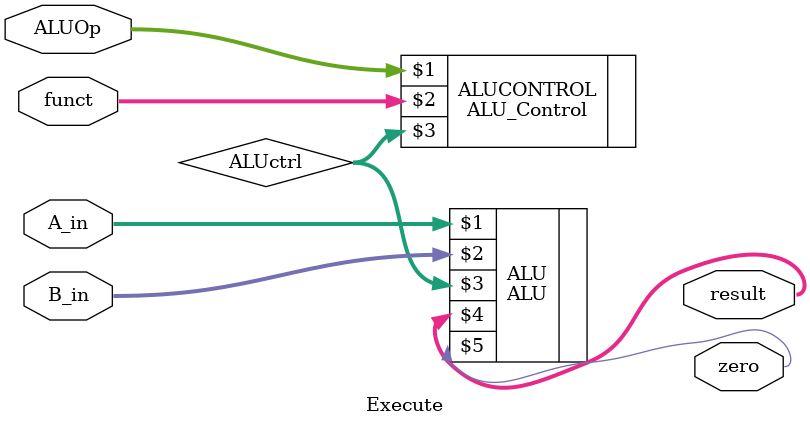
<source format=v>
module Execute(
    input [31:0] A_in, B_in,
    input [1:0] ALUOp,
    input [5:0] funct,
    output [31:0] result,
    output zero
);
wire [3:0] ALUctrl;

ALU_Control ALUCONTROL(ALUOp, funct, ALUctrl);
ALU ALU(A_in, B_in, ALUctrl, result, zero);
endmodule
</source>
